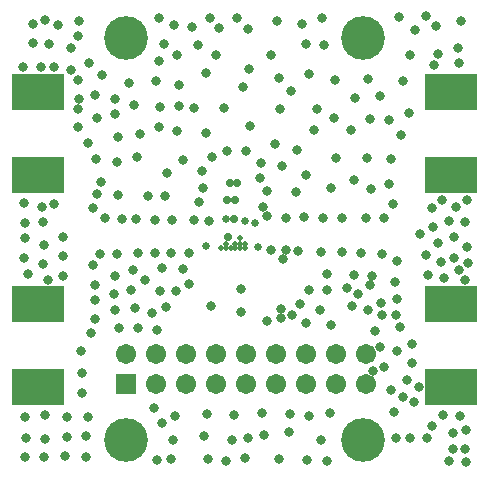
<source format=gbs>
%FSLAX25Y25*%
%MOIN*%
G70*
G01*
G75*
G04 Layer_Color=16711935*
%ADD10C,0.00800*%
%ADD11R,0.16500X0.07000*%
%ADD12R,0.16500X0.10500*%
%ADD13R,0.02362X0.01969*%
%ADD14R,0.01969X0.02362*%
%ADD15R,0.05512X0.04528*%
%ADD16C,0.01181*%
%ADD17R,0.03150X0.03150*%
%ADD18C,0.01000*%
%ADD19C,0.02000*%
%ADD20C,0.00500*%
%ADD21C,0.01500*%
%ADD22C,0.05906*%
%ADD23R,0.05906X0.05906*%
%ADD24C,0.15748*%
%ADD25C,0.02000*%
%ADD26C,0.01800*%
%ADD27C,0.01150*%
%ADD28C,0.02400*%
%ADD29C,0.04000*%
%ADD30C,0.04543*%
%ADD31C,0.02200*%
%ADD32C,0.09661*%
%ADD33R,0.17000X0.11500*%
%ADD34C,0.00787*%
%ADD35C,0.00394*%
%ADD36C,0.00600*%
%ADD37C,0.01063*%
%ADD38R,0.16900X0.07400*%
%ADD39R,0.16900X0.10900*%
%ADD40R,0.02762X0.02369*%
%ADD41R,0.02369X0.02762*%
%ADD42R,0.06312X0.05328*%
%ADD43C,0.00787*%
%ADD44R,0.03950X0.03950*%
%ADD45C,0.06706*%
%ADD46R,0.06706X0.06706*%
%ADD47C,0.14567*%
%ADD48C,0.02800*%
%ADD49C,0.02600*%
%ADD50C,0.01950*%
%ADD51C,0.03200*%
%ADD52R,0.17400X0.11900*%
D45*
X119370Y40200D02*
D03*
X109370D02*
D03*
X99370D02*
D03*
X89370D02*
D03*
X79370D02*
D03*
X69370D02*
D03*
X59370D02*
D03*
X49370D02*
D03*
X39370D02*
D03*
X119370Y30200D02*
D03*
X109370D02*
D03*
X99370D02*
D03*
X89370D02*
D03*
X79370D02*
D03*
X69370D02*
D03*
X59370D02*
D03*
X49370D02*
D03*
D46*
X39370D02*
D03*
D47*
Y145669D02*
D03*
Y11811D02*
D03*
X118110D02*
D03*
Y145669D02*
D03*
D48*
X75400Y85500D02*
D03*
X76200Y97400D02*
D03*
X74000Y97300D02*
D03*
X75600Y91800D02*
D03*
X73000D02*
D03*
X73290Y79491D02*
D03*
D49*
X72531Y85500D02*
D03*
X83400Y76100D02*
D03*
X66000Y76300D02*
D03*
X82300Y84059D02*
D03*
X78830Y84530D02*
D03*
D50*
X72531Y77148D02*
D03*
X77255Y75573D02*
D03*
X78830D02*
D03*
Y77148D02*
D03*
X77255D02*
D03*
Y79014D02*
D03*
X75680Y77148D02*
D03*
Y75573D02*
D03*
X74106D02*
D03*
X72531D02*
D03*
X70956D02*
D03*
D51*
X66945Y84600D02*
D03*
X114700Y56200D02*
D03*
X100232Y61831D02*
D03*
X91084Y55484D02*
D03*
X86369Y51432D02*
D03*
X4800Y136100D02*
D03*
X10900D02*
D03*
X15200Y135900D02*
D03*
X21000Y134900D02*
D03*
X23100Y131600D02*
D03*
X23500Y125400D02*
D03*
X23400Y122000D02*
D03*
X23300Y116000D02*
D03*
X26500Y110600D02*
D03*
X29300Y105400D02*
D03*
X30800Y97700D02*
D03*
X29700Y93800D02*
D03*
X28300Y89100D02*
D03*
X32200Y85700D02*
D03*
X37900Y85300D02*
D03*
X42500D02*
D03*
X49000Y85100D02*
D03*
X54500D02*
D03*
X62000Y85000D02*
D03*
X63700Y90900D02*
D03*
X52100Y93100D02*
D03*
X46500D02*
D03*
X36600Y93500D02*
D03*
X35700Y125200D02*
D03*
X35500Y120200D02*
D03*
X36500Y112700D02*
D03*
X42800Y106100D02*
D03*
X58200Y105100D02*
D03*
X36400Y104300D02*
D03*
X52900Y100700D02*
D03*
X50100Y116100D02*
D03*
X42000Y123400D02*
D03*
X44000Y113800D02*
D03*
X65800Y134100D02*
D03*
X49400Y131400D02*
D03*
X62000Y122300D02*
D03*
X80700Y116200D02*
D03*
X65800Y114000D02*
D03*
X55100Y150100D02*
D03*
X56400Y139900D02*
D03*
X87700Y140000D02*
D03*
X70400Y148900D02*
D03*
X80300Y135500D02*
D03*
X78400Y129500D02*
D03*
X102900Y121900D02*
D03*
X101800Y115000D02*
D03*
X91300Y103000D02*
D03*
X86300Y86200D02*
D03*
X84900Y89300D02*
D03*
X86200Y94700D02*
D03*
X64800Y95700D02*
D03*
X64700Y101200D02*
D03*
X67800Y105900D02*
D03*
X72800Y108000D02*
D03*
X79100D02*
D03*
X84400Y104100D02*
D03*
X83800Y99000D02*
D03*
X88800Y110400D02*
D03*
X92600Y85700D02*
D03*
X104900Y85600D02*
D03*
X119200D02*
D03*
X98500Y85900D02*
D03*
X125100Y85700D02*
D03*
X128300Y90200D02*
D03*
X126900Y96900D02*
D03*
X127500Y105200D02*
D03*
X131000Y113500D02*
D03*
X133600Y120600D02*
D03*
X150000Y142200D02*
D03*
X142600Y149600D02*
D03*
X135600Y148200D02*
D03*
X133800Y139900D02*
D03*
X143300Y140200D02*
D03*
X150800Y151400D02*
D03*
X124000Y126200D02*
D03*
X114100Y115000D02*
D03*
X109400Y105700D02*
D03*
X99300Y100100D02*
D03*
X115300Y98300D02*
D03*
X107700Y95600D02*
D03*
X96000Y94200D02*
D03*
X94300Y128100D02*
D03*
X90600Y122100D02*
D03*
X108800Y131800D02*
D03*
X99400Y143700D02*
D03*
X89500Y151500D02*
D03*
X79800Y148800D02*
D03*
X72000Y122200D02*
D03*
X57000Y130100D02*
D03*
X56200Y114600D02*
D03*
X100300Y133700D02*
D03*
X131700Y131400D02*
D03*
X115700Y125700D02*
D03*
X127000Y118300D02*
D03*
X119700Y105600D02*
D03*
X5200Y90800D02*
D03*
X15400Y90500D02*
D03*
X11700Y84300D02*
D03*
X11200Y89400D02*
D03*
X5500Y78900D02*
D03*
X5700Y84000D02*
D03*
X18300Y79200D02*
D03*
X11900Y76700D02*
D03*
X5100Y72300D02*
D03*
X6500Y67000D02*
D03*
X13100Y65000D02*
D03*
X11500Y70300D02*
D03*
X18400Y73100D02*
D03*
X18300Y66400D02*
D03*
X5700Y19400D02*
D03*
X5900Y12200D02*
D03*
X5500Y6000D02*
D03*
X11900Y5900D02*
D03*
X12400Y12000D02*
D03*
X12200Y19900D02*
D03*
X19500Y19200D02*
D03*
X19700Y12700D02*
D03*
X19000Y6300D02*
D03*
X26000Y6000D02*
D03*
Y12900D02*
D03*
X26600Y19500D02*
D03*
X24500Y27200D02*
D03*
Y34000D02*
D03*
X24100Y41400D02*
D03*
X27600Y47300D02*
D03*
X60300Y73900D02*
D03*
X54100Y74100D02*
D03*
X49000Y73900D02*
D03*
X43100D02*
D03*
X36300Y73800D02*
D03*
X30600D02*
D03*
X28300Y69900D02*
D03*
X28800Y63400D02*
D03*
Y58200D02*
D03*
X28900Y52100D02*
D03*
X35600Y66300D02*
D03*
X35300Y60400D02*
D03*
X35700Y55000D02*
D03*
X36900Y48900D02*
D03*
X43200Y49100D02*
D03*
X42100Y55800D02*
D03*
X45700Y65100D02*
D03*
X51300Y69000D02*
D03*
X50700Y61200D02*
D03*
X47900Y54100D02*
D03*
X55800Y61500D02*
D03*
X58200Y68800D02*
D03*
X40900Y61600D02*
D03*
X41700Y68200D02*
D03*
X52600Y56100D02*
D03*
X60100Y63600D02*
D03*
X49500Y48500D02*
D03*
X111400Y85800D02*
D03*
X87500Y75000D02*
D03*
X92500Y75100D02*
D03*
X96600Y74800D02*
D03*
X104100Y74500D02*
D03*
X111200Y74300D02*
D03*
X117700Y74000D02*
D03*
X124500Y73800D02*
D03*
X129700Y71400D02*
D03*
X129000Y64500D02*
D03*
X129600Y58700D02*
D03*
X129200Y53500D02*
D03*
X130600Y49300D02*
D03*
X134600Y43700D02*
D03*
Y37300D02*
D03*
X132800Y31700D02*
D03*
X127700Y28400D02*
D03*
X125400Y36100D02*
D03*
X129600Y41300D02*
D03*
X122300Y47900D02*
D03*
X119800Y55100D02*
D03*
X120700Y63300D02*
D03*
X115100Y66800D02*
D03*
X106100Y67000D02*
D03*
X97100Y57000D02*
D03*
X94600Y53300D02*
D03*
X99300Y50700D02*
D03*
X107700Y49900D02*
D03*
X103800Y55000D02*
D03*
X112900Y62300D02*
D03*
X116700Y60500D02*
D03*
X121400Y66400D02*
D03*
X124100Y57400D02*
D03*
X124500Y53300D02*
D03*
X123800Y42600D02*
D03*
X121500Y34700D02*
D03*
X128500Y21100D02*
D03*
X135100Y24300D02*
D03*
X150500Y19600D02*
D03*
X144800Y20000D02*
D03*
X55500Y19800D02*
D03*
X55000Y11800D02*
D03*
X54400Y5300D02*
D03*
X66600D02*
D03*
X65400Y13000D02*
D03*
X66200Y20400D02*
D03*
X75300Y20000D02*
D03*
X74700Y11800D02*
D03*
X78800Y5600D02*
D03*
X90300Y5400D02*
D03*
X85200Y13300D02*
D03*
X84700Y20700D02*
D03*
X94000Y20300D02*
D03*
X93700Y14400D02*
D03*
X99700Y4900D02*
D03*
X106400Y4600D02*
D03*
X104100Y11600D02*
D03*
X107300Y20700D02*
D03*
X100400Y19800D02*
D03*
X48700Y22400D02*
D03*
X51100Y17200D02*
D03*
X49500Y5100D02*
D03*
X72500Y4600D02*
D03*
X80000Y12200D02*
D03*
X106400Y61600D02*
D03*
X91600Y72000D02*
D03*
X90800Y52300D02*
D03*
X77600Y62100D02*
D03*
X77700Y54200D02*
D03*
X61300Y149300D02*
D03*
X63100Y143500D02*
D03*
X69400Y140100D02*
D03*
X97800Y150300D02*
D03*
X90100Y132300D02*
D03*
X141200Y89100D02*
D03*
X149200Y89500D02*
D03*
X152400Y84400D02*
D03*
X148700Y79300D02*
D03*
X141700Y82700D02*
D03*
X137100Y80500D02*
D03*
X143300Y77300D02*
D03*
X152800Y75900D02*
D03*
X139300Y73200D02*
D03*
X139800Y66800D02*
D03*
X150100Y68300D02*
D03*
X148700Y72300D02*
D03*
X153100Y70600D02*
D03*
X152400Y64900D02*
D03*
X145100Y65700D02*
D03*
X147000Y84700D02*
D03*
X152800Y91800D02*
D03*
X144600Y91700D02*
D03*
X144200Y71100D02*
D03*
X148400Y13900D02*
D03*
X148200Y8600D02*
D03*
X146900Y4700D02*
D03*
X152700Y4400D02*
D03*
X152100Y8700D02*
D03*
X152600Y14900D02*
D03*
X23500Y151500D02*
D03*
X23300Y146200D02*
D03*
X21000Y142300D02*
D03*
X26800Y137500D02*
D03*
X31100Y133300D02*
D03*
X40300Y130600D02*
D03*
X28900Y126600D02*
D03*
X29500Y119100D02*
D03*
X50700Y122800D02*
D03*
X56800Y123100D02*
D03*
X51900Y143800D02*
D03*
X50200Y137900D02*
D03*
Y152500D02*
D03*
X130300Y152800D02*
D03*
X150400Y137500D02*
D03*
X141900Y136700D02*
D03*
X119900Y132100D02*
D03*
X108600Y118900D02*
D03*
X120600Y118800D02*
D03*
X120800Y95300D02*
D03*
X96400Y108300D02*
D03*
X67700Y56200D02*
D03*
X139700Y12400D02*
D03*
X133900D02*
D03*
X129400Y12300D02*
D03*
X8400Y150500D02*
D03*
X16700Y150000D02*
D03*
X13700Y143600D02*
D03*
X8400Y144100D02*
D03*
X12200Y151600D02*
D03*
X67100Y152500D02*
D03*
X76300Y152200D02*
D03*
X104500Y152500D02*
D03*
X105100Y143400D02*
D03*
X139100Y153000D02*
D03*
X136900Y29500D02*
D03*
X131700Y25900D02*
D03*
X141300Y16500D02*
D03*
D52*
X147538Y127814D02*
D03*
X147638Y100114D02*
D03*
X147538Y56948D02*
D03*
X147638Y29248D02*
D03*
X9943D02*
D03*
X9843Y56948D02*
D03*
X9943Y100114D02*
D03*
X9843Y127814D02*
D03*
M02*

</source>
